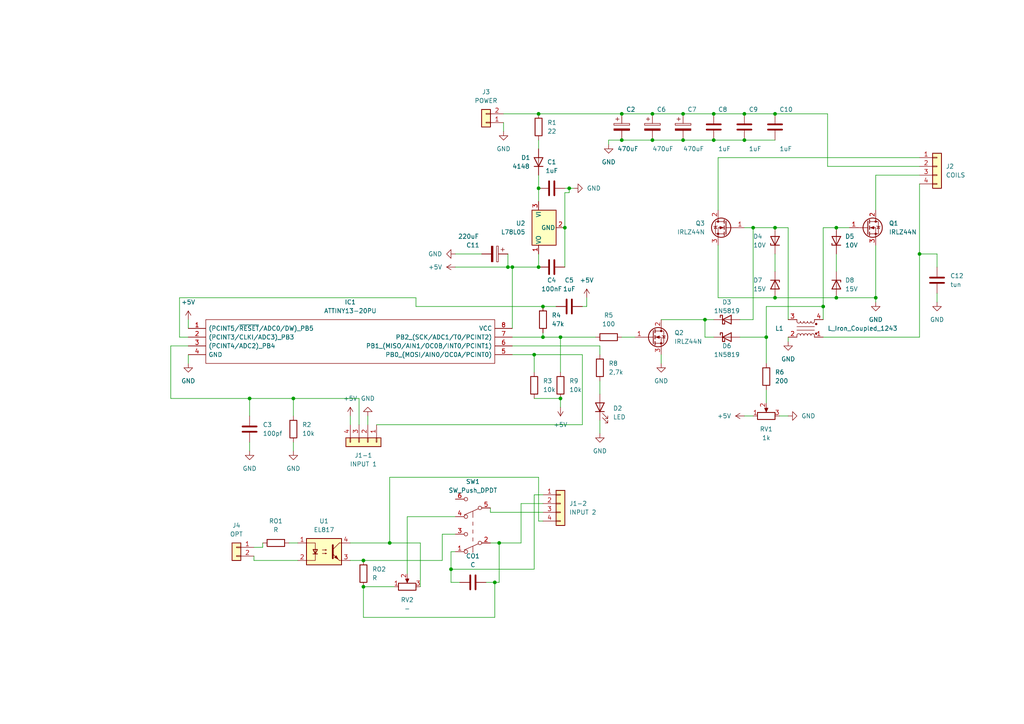
<source format=kicad_sch>
(kicad_sch (version 20211123) (generator eeschema)
  (paper "A4")
  (lib_symbols
    (symbol "ATTINY13-20PU:ATTINY13-20PU" (pin_names (offset 0.762))
      (property "Reference" "IC" (at 90.17 7.62 0))
      (property "Value" "ATTINY13-20PU" (at 90.17 5.08 0))
      (symbol "ATTINY13-20PU_0_0"
        (pin passive line (at 0 0 0) (length 5.08) (name "(PCINT5/~{RESET}/ADC0/DW)_PB5") (number "1"))
        (pin passive line (at 0 -2.54 0) (length 5.08) (name "(PCINT3/CLKI/ADC3)_PB3") (number "2"))
        (pin passive line (at 0 -5.08 0) (length 5.08) (name "(PCINT4/ADC2)_PB4") (number "3"))
        (pin passive line (at 0 -7.62 0) (length 5.08) (name "GND") (number "4"))
        (pin passive line (at 93.98 -7.62 180) (length 5.08) (name "PB0_(MOSI/AIN0/OC0A/PCINT0)") (number "5"))
        (pin passive line (at 93.98 -5.08 180) (length 5.08) (name "PB1_(MISO/AIN1/OC0B/INT0/PCINT1)") (number "6"))
        (pin passive line (at 93.98 -2.54 180) (length 5.08) (name "PB2_(SCK/ADC1/T0/PCINT2)") (number "7"))
        (pin passive line (at 93.98 0 180) (length 5.08) (name "VCC") (number "8"))
      )
      (symbol "ATTINY13-20PU_0_1"
        (polyline (pts (xy 5.08 2.54) (xy 88.9 2.54) (xy 88.9 -10.16) (xy 5.08 -10.16) (xy 5.08 2.54)) (stroke (width 0.1524)))
      )
    )
    (symbol "Connector_Generic:Conn_01x02" (pin_names (offset 1.016) hide)
      (property "Reference" "J" (at 0 2.54 0))
      (property "Value" "Conn_01x02" (at 0 -5.08 0))
      (symbol "Conn_01x02_1_1"
        (rectangle (start -1.27 -2.413) (end 0 -2.667) (stroke (width 0.1524)))
        (rectangle (start -1.27 0.127) (end 0 -0.127) (stroke (width 0.1524)))
        (rectangle (start -1.27 1.27) (end 1.27 -3.81) (stroke (width 0.254)) (fill (type background)))
        (pin passive line (at -5.08 0 0) (length 3.81) (name "Pin_1") (number "1"))
        (pin passive line (at -5.08 -2.54 0) (length 3.81) (name "Pin_2") (number "2"))
      )
    )
    (symbol "Connector_Generic:Conn_01x04" (pin_names (offset 1.016) hide)
      (property "Reference" "J" (at 0 5.08 0))
      (property "Value" "Conn_01x04" (at 0 -7.62 0))
      (symbol "Conn_01x04_1_1"
        (rectangle (start -1.27 -4.953) (end 0 -5.207) (stroke (width 0.1524)))
        (rectangle (start -1.27 -2.413) (end 0 -2.667) (stroke (width 0.1524)))
        (rectangle (start -1.27 0.127) (end 0 -0.127) (stroke (width 0.1524)))
        (rectangle (start -1.27 2.667) (end 0 2.413) (stroke (width 0.1524)))
        (rectangle (start -1.27 3.81) (end 1.27 -6.35) (stroke (width 0.254)) (fill (type background)))
        (pin passive line (at -5.08 2.54 0) (length 3.81) (name "Pin_1") (number "1"))
        (pin passive line (at -5.08 0 0) (length 3.81) (name "Pin_2") (number "2"))
        (pin passive line (at -5.08 -2.54 0) (length 3.81) (name "Pin_3") (number "3"))
        (pin passive line (at -5.08 -5.08 0) (length 3.81) (name "Pin_4") (number "4"))
      )
    )
    (symbol "Device:C" (pin_numbers hide) (pin_names (offset 0.254))
      (property "Reference" "C" (at 0.635 2.54 0))
      (property "Value" "C" (at 0.635 -2.54 0))
      (symbol "C_0_1"
        (polyline (pts (xy -2.032 -0.762) (xy 2.032 -0.762)) (stroke (width 0.508)))
        (polyline (pts (xy -2.032 0.762) (xy 2.032 0.762)) (stroke (width 0.508)))
      )
      (symbol "C_1_1"
        (pin passive line (at 0 3.81 270) (length 2.794) (name "~") (number "1"))
        (pin passive line (at 0 -3.81 90) (length 2.794) (name "~") (number "2"))
      )
    )
    (symbol "Device:C_Polarized" (pin_numbers hide) (pin_names (offset 0.254))
      (property "Reference" "C" (at 0.635 2.54 0))
      (property "Value" "C_Polarized" (at 0.635 -2.54 0))
      (symbol "C_Polarized_0_1"
        (rectangle (start -2.286 0.508) (end 2.286 1.016))
        (polyline (pts (xy -1.778 2.286) (xy -0.762 2.286)))
        (polyline (pts (xy -1.27 2.794) (xy -1.27 1.778)))
        (rectangle (start 2.286 -0.508) (end -2.286 -1.016) (fill (type outline)))
      )
      (symbol "C_Polarized_1_1"
        (pin passive line (at 0 3.81 270) (length 2.794) (name "~") (number "1"))
        (pin passive line (at 0 -3.81 90) (length 2.794) (name "~") (number "2"))
      )
    )
    (symbol "Device:D" (pin_numbers hide) (pin_names (offset 1.016) hide)
      (property "Reference" "D" (at 0 2.54 0))
      (property "Value" "D" (at 0 -2.54 0))
      (symbol "D_0_1"
        (polyline (pts (xy -1.27 1.27) (xy -1.27 -1.27)) (stroke (width 0.254)))
        (polyline (pts (xy 1.27 0) (xy -1.27 0)))
        (polyline (pts (xy 1.27 1.27) (xy 1.27 -1.27) (xy -1.27 0) (xy 1.27 1.27)) (stroke (width 0.254)))
      )
      (symbol "D_1_1"
        (pin passive line (at -3.81 0 0) (length 2.54) (name "K") (number "1"))
        (pin passive line (at 3.81 0 180) (length 2.54) (name "A") (number "2"))
      )
    )
    (symbol "Device:D_Schottky" (pin_numbers hide) (pin_names (offset 1.016) hide)
      (property "Reference" "D" (at 0 2.54 0))
      (property "Value" "D_Schottky" (at 0 -2.54 0))
      (symbol "D_Schottky_0_1"
        (polyline (pts (xy 1.27 0) (xy -1.27 0)))
        (polyline (pts (xy 1.27 1.27) (xy 1.27 -1.27) (xy -1.27 0) (xy 1.27 1.27)) (stroke (width 0.254)))
        (polyline (pts (xy -1.905 0.635) (xy -1.905 1.27) (xy -1.27 1.27) (xy -1.27 -1.27) (xy -0.635 -1.27) (xy -0.635 -0.635)) (stroke (width 0.254)))
      )
      (symbol "D_Schottky_1_1"
        (pin passive line (at -3.81 0 0) (length 2.54) (name "K") (number "1"))
        (pin passive line (at 3.81 0 180) (length 2.54) (name "A") (number "2"))
      )
    )
    (symbol "Device:D_Zener" (pin_numbers hide) (pin_names (offset 1.016) hide)
      (property "Reference" "D" (at 0 2.54 0))
      (property "Value" "D_Zener" (at 0 -2.54 0))
      (symbol "D_Zener_0_1"
        (polyline (pts (xy 1.27 0) (xy -1.27 0)))
        (polyline (pts (xy -1.27 -1.27) (xy -1.27 1.27) (xy -0.762 1.27)) (stroke (width 0.254)))
        (polyline (pts (xy 1.27 -1.27) (xy 1.27 1.27) (xy -1.27 0) (xy 1.27 -1.27)) (stroke (width 0.254)))
      )
      (symbol "D_Zener_1_1"
        (pin passive line (at -3.81 0 0) (length 2.54) (name "K") (number "1"))
        (pin passive line (at 3.81 0 180) (length 2.54) (name "A") (number "2"))
      )
    )
    (symbol "Device:LED" (pin_numbers hide) (pin_names (offset 1.016) hide)
      (property "Reference" "D" (at 0 2.54 0))
      (property "Value" "LED" (at 0 -2.54 0))
      (symbol "LED_0_1"
        (polyline (pts (xy -1.27 -1.27) (xy -1.27 1.27)) (stroke (width 0.254)))
        (polyline (pts (xy -1.27 0) (xy 1.27 0)))
        (polyline (pts (xy 1.27 -1.27) (xy 1.27 1.27) (xy -1.27 0) (xy 1.27 -1.27)) (stroke (width 0.254)))
        (polyline (pts (xy -3.048 -0.762) (xy -4.572 -2.286) (xy -3.81 -2.286) (xy -4.572 -2.286) (xy -4.572 -1.524)))
        (polyline (pts (xy -1.778 -0.762) (xy -3.302 -2.286) (xy -2.54 -2.286) (xy -3.302 -2.286) (xy -3.302 -1.524)))
      )
      (symbol "LED_1_1"
        (pin passive line (at -3.81 0 0) (length 2.54) (name "K") (number "1"))
        (pin passive line (at 3.81 0 180) (length 2.54) (name "A") (number "2"))
      )
    )
    (symbol "Device:L_Iron_Coupled_1243" (pin_names (offset 0.254) hide)
      (property "Reference" "L" (at 0 4.445 0))
      (property "Value" "L_Iron_Coupled_1243" (at 0 -4.445 0))
      (symbol "L_Iron_Coupled_1243_0_1"
        (circle (center -3.048 -1.27) (radius 0.254) (fill (type outline)))
        (circle (center -3.048 1.524) (radius 0.254) (fill (type outline)))
        (arc (start -2.54 2.032) (mid -2.032 1.524) (end -1.524 2.032))
        (arc (start -1.524 -2.032) (mid -2.032 -1.524) (end -2.54 -2.032))
        (arc (start -1.524 2.032) (mid -1.016 1.524) (end -0.508 2.032))
        (arc (start -0.508 -2.032) (mid -1.016 -1.524) (end -1.524 -2.032))
        (arc (start -0.508 2.032) (mid 0 1.524) (end 0.508 2.032))
        (polyline (pts (xy -2.54 -2.032) (xy -2.54 -2.54)))
        (polyline (pts (xy -2.54 0.508) (xy 2.54 0.508)))
        (polyline (pts (xy -2.54 2.032) (xy -2.54 2.54)))
        (polyline (pts (xy 2.54 -2.032) (xy 2.54 -2.54)))
        (polyline (pts (xy 2.54 -0.508) (xy -2.54 -0.508)))
        (polyline (pts (xy 2.54 2.54) (xy 2.54 2.032)))
        (arc (start 0.508 -2.032) (mid 0 -1.524) (end -0.508 -2.032))
        (arc (start 0.508 2.032) (mid 1.016 1.524) (end 1.524 2.032))
        (arc (start 1.524 -2.032) (mid 1.016 -1.524) (end 0.508 -2.032))
        (arc (start 1.524 2.032) (mid 2.032 1.524) (end 2.54 2.032))
        (arc (start 2.54 -2.032) (mid 2.032 -1.524) (end 1.524 -2.032))
      )
      (symbol "L_Iron_Coupled_1243_1_1"
        (pin passive line (at -5.08 2.54 0) (length 2.54) (name "1") (number "1"))
        (pin passive line (at 5.08 2.54 180) (length 2.54) (name "2") (number "2"))
        (pin passive line (at 5.08 -2.54 180) (length 2.54) (name "3") (number "3"))
        (pin passive line (at -5.08 -2.54 0) (length 2.54) (name "4") (number "4"))
      )
    )
    (symbol "Device:R" (pin_numbers hide) (pin_names (offset 0))
      (property "Reference" "R" (at 2.032 0 90))
      (property "Value" "R" (at 0 0 90))
      (symbol "R_0_1"
        (rectangle (start -1.016 -2.54) (end 1.016 2.54) (stroke (width 0.254)))
      )
      (symbol "R_1_1"
        (pin passive line (at 0 3.81 270) (length 1.27) (name "~") (number "1"))
        (pin passive line (at 0 -3.81 90) (length 1.27) (name "~") (number "2"))
      )
    )
    (symbol "Device:R_Potentiometer" (pin_names (offset 1.016) hide)
      (property "Reference" "RV" (at -4.445 0 90))
      (property "Value" "R_Potentiometer" (at -2.54 0 90))
      (symbol "R_Potentiometer_0_1"
        (polyline (pts (xy 2.54 0) (xy 1.524 0)))
        (polyline (pts (xy 1.143 0) (xy 2.286 0.508) (xy 2.286 -0.508) (xy 1.143 0)) (fill (type outline)))
        (rectangle (start 1.016 2.54) (end -1.016 -2.54) (stroke (width 0.254)))
      )
      (symbol "R_Potentiometer_1_1"
        (pin passive line (at 0 3.81 270) (length 1.27) (name "1") (number "1"))
        (pin passive line (at 3.81 0 180) (length 1.27) (name "2") (number "2"))
        (pin passive line (at 0 -3.81 90) (length 1.27) (name "3") (number "3"))
      )
    )
    (symbol "Isolator:EL817" (pin_names (offset 1.016))
      (property "Reference" "U" (at -5.08 5.08 0))
      (property "Value" "EL817" (at 0 5.08 0))
      (symbol "EL817_0_1"
        (rectangle (start -5.08 3.81) (end 5.08 -3.81) (stroke (width 0.254)) (fill (type background)))
        (polyline (pts (xy -3.175 -0.635) (xy -1.905 -0.635)) (stroke (width 0.254)))
        (polyline (pts (xy 2.54 0.635) (xy 4.445 2.54)))
        (polyline (pts (xy 4.445 -2.54) (xy 2.54 -0.635)) (fill (type outline)))
        (polyline (pts (xy 4.445 -2.54) (xy 5.08 -2.54)))
        (polyline (pts (xy 4.445 2.54) (xy 5.08 2.54)))
        (polyline (pts (xy -5.08 2.54) (xy -2.54 2.54) (xy -2.54 -0.635)))
        (polyline (pts (xy -2.54 -0.635) (xy -2.54 -2.54) (xy -5.08 -2.54)))
        (polyline (pts (xy 2.54 1.905) (xy 2.54 -1.905) (xy 2.54 -1.905)) (stroke (width 0.508)))
        (polyline (pts (xy -2.54 -0.635) (xy -3.175 0.635) (xy -1.905 0.635) (xy -2.54 -0.635)) (stroke (width 0.254)))
        (polyline (pts (xy -0.508 -0.508) (xy 0.762 -0.508) (xy 0.381 -0.635) (xy 0.381 -0.381) (xy 0.762 -0.508)))
        (polyline (pts (xy -0.508 0.508) (xy 0.762 0.508) (xy 0.381 0.381) (xy 0.381 0.635) (xy 0.762 0.508)))
        (polyline (pts (xy 3.048 -1.651) (xy 3.556 -1.143) (xy 4.064 -2.159) (xy 3.048 -1.651) (xy 3.048 -1.651)) (fill (type outline)))
      )
      (symbol "EL817_1_1"
        (pin passive line (at -7.62 2.54 0) (length 2.54) (name "~") (number "1"))
        (pin passive line (at -7.62 -2.54 0) (length 2.54) (name "~") (number "2"))
        (pin passive line (at 7.62 -2.54 180) (length 2.54) (name "~") (number "3"))
        (pin passive line (at 7.62 2.54 180) (length 2.54) (name "~") (number "4"))
      )
    )
    (symbol "Regulator_Linear:L78L05_TO92" (pin_names (offset 0.254))
      (property "Reference" "U" (at -3.81 3.175 0))
      (property "Value" "L78L05_TO92" (at 0 3.175 0))
      (symbol "L78L05_TO92_0_1"
        (rectangle (start -5.08 -5.08) (end 5.08 1.905) (stroke (width 0.254)) (fill (type background)))
      )
      (symbol "L78L05_TO92_1_1"
        (pin power_out line (at 7.62 0 180) (length 2.54) (name "VO") (number "1"))
        (pin power_in line (at 0 -7.62 90) (length 2.54) (name "GND") (number "2"))
        (pin power_in line (at -7.62 0 0) (length 2.54) (name "VI") (number "3"))
      )
    )
    (symbol "Switch:SW_Push_DPDT" (pin_names (offset 0) hide)
      (property "Reference" "SW" (at 0 8.89 0))
      (property "Value" "SW_Push_DPDT" (at 0 -10.16 0))
      (symbol "SW_Push_DPDT_0_0"
        (circle (center -2.032 -5.08) (radius 0.508))
        (circle (center -2.032 5.08) (radius 0.508))
        (circle (center 2.032 -7.62) (radius 0.508))
        (circle (center 2.032 2.54) (radius 0.508))
      )
      (symbol "SW_Push_DPDT_0_1"
        (polyline (pts (xy -1.524 -4.826) (xy 2.54 -3.048)))
        (polyline (pts (xy -1.524 5.334) (xy 2.54 7.112)))
        (polyline (pts (xy 0 -2.286) (xy 0 -4.064)))
        (polyline (pts (xy 0 -1.016) (xy 0 0)))
        (polyline (pts (xy 0 1.27) (xy 0 2.286)))
        (polyline (pts (xy 0 3.556) (xy 0 4.572)))
        (polyline (pts (xy 0 7.874) (xy 0 6.096)))
        (circle (center 2.032 -2.54) (radius 0.508))
        (circle (center 2.032 7.62) (radius 0.508))
      )
      (symbol "SW_Push_DPDT_1_1"
        (pin passive line (at 5.08 7.62 180) (length 2.54) (name "A") (number "1"))
        (pin passive line (at -5.08 5.08 0) (length 2.54) (name "B") (number "2"))
        (pin passive line (at 5.08 2.54 180) (length 2.54) (name "C") (number "3"))
        (pin passive line (at 5.08 -2.54 180) (length 2.54) (name "A") (number "4"))
        (pin passive line (at -5.08 -5.08 0) (length 2.54) (name "B") (number "5"))
        (pin passive line (at 5.08 -7.62 180) (length 2.54) (name "C") (number "6"))
      )
    )
    (symbol "Transistor_FET:IRLZ44N" (pin_names hide)
      (property "Reference" "Q" (at 6.35 1.905 0))
      (property "Value" "IRLZ44N" (at 6.35 0 0))
      (symbol "IRLZ44N_0_1"
        (polyline (pts (xy 0.254 0) (xy -2.54 0)))
        (polyline (pts (xy 0.254 1.905) (xy 0.254 -1.905)) (stroke (width 0.254)))
        (polyline (pts (xy 0.762 -1.27) (xy 0.762 -2.286)) (stroke (width 0.254)))
        (polyline (pts (xy 0.762 0.508) (xy 0.762 -0.508)) (stroke (width 0.254)))
        (polyline (pts (xy 0.762 2.286) (xy 0.762 1.27)) (stroke (width 0.254)))
        (polyline (pts (xy 2.54 2.54) (xy 2.54 1.778)))
        (polyline (pts (xy 2.54 -2.54) (xy 2.54 0) (xy 0.762 0)))
        (polyline (pts (xy 0.762 -1.778) (xy 3.302 -1.778) (xy 3.302 1.778) (xy 0.762 1.778)))
        (polyline (pts (xy 1.016 0) (xy 2.032 0.381) (xy 2.032 -0.381) (xy 1.016 0)) (fill (type outline)))
        (polyline (pts (xy 2.794 0.508) (xy 2.921 0.381) (xy 3.683 0.381) (xy 3.81 0.254)))
        (polyline (pts (xy 3.302 0.381) (xy 2.921 -0.254) (xy 3.683 -0.254) (xy 3.302 0.381)))
        (circle (center 1.651 0) (radius 2.794) (stroke (width 0.254)))
        (circle (center 2.54 -1.778) (radius 0.254) (fill (type outline)))
        (circle (center 2.54 1.778) (radius 0.254) (fill (type outline)))
      )
      (symbol "IRLZ44N_1_1"
        (pin input line (at -5.08 0 0) (length 2.54) (name "G") (number "1"))
        (pin passive line (at 2.54 5.08 270) (length 2.54) (name "D") (number "2"))
        (pin passive line (at 2.54 -5.08 90) (length 2.54) (name "S") (number "3"))
      )
    )
    (symbol "power:+5V" (power) (pin_names (offset 0))
      (property "Value" "+5V" (at 0 3.556 0))
      (symbol "+5V_0_1"
        (polyline (pts (xy -0.762 1.27) (xy 0 2.54)))
        (polyline (pts (xy 0 0) (xy 0 2.54)))
        (polyline (pts (xy 0 2.54) (xy 0.762 1.27)))
      )
      (symbol "+5V_1_1"
        (pin power_in line (at 0 0 90) (length 0) hide (name "+5V") (number "1"))
      )
    )
    (symbol "power:GND" (power) (pin_names (offset 0))
      (property "Value" "GND" (at 0 -3.81 0))
      (symbol "GND_0_1"
        (polyline (pts (xy 0 0) (xy 0 -1.27) (xy 1.27 -1.27) (xy 0 -2.54) (xy -1.27 -1.27) (xy 0 -1.27)))
      )
      (symbol "GND_1_1"
        (pin power_in line (at 0 0 270) (length 0) hide (name "GND") (number "1"))
      )
    )
  )
  (junction (at 242.57 66.04))
  (junction (at 207.01 40.64))
  (junction (at 148.59 77.47))
  (junction (at 165.1 54.61))
  (junction (at 189.23 40.64))
  (junction (at 156.21 33.02))
  (junction (at 162.56 115.57))
  (junction (at 198.12 33.02))
  (junction (at 130.81 165.1))
  (junction (at 113.03 157.48))
  (junction (at 85.09 115.57))
  (junction (at 143.51 168.91))
  (junction (at 242.57 86.36))
  (junction (at 207.01 33.02))
  (junction (at 105.41 162.56))
  (junction (at 156.21 77.47))
  (junction (at 163.83 66.04))
  (junction (at 144.78 157.48))
  (junction (at 189.23 33.02))
  (junction (at 156.21 54.61))
  (junction (at 215.9 40.64))
  (junction (at 266.7 73.66))
  (junction (at 180.34 33.02))
  (junction (at 238.76 88.9))
  (junction (at 224.79 86.36))
  (junction (at 154.94 102.87))
  (junction (at 204.47 92.71))
  (junction (at 162.56 97.79))
  (junction (at 157.48 97.79))
  (junction (at 72.39 115.57))
  (junction (at 215.9 33.02))
  (junction (at 147.32 77.47))
  (junction (at 254 86.36))
  (junction (at 222.25 97.79))
  (junction (at 180.34 40.64))
  (junction (at 218.44 66.04))
  (junction (at 198.12 40.64))
  (junction (at 224.79 66.04))
  (junction (at 105.41 170.18))
  (junction (at 224.79 33.02))
  (junction (at 157.48 88.9))
  (wire (pts (xy 163.83 66.04) (xy 163.83 77.47)))
  (wire (pts (xy 73.66 162.56) (xy 73.66 161.29)))
  (wire (pts (xy 156.21 54.61) (xy 156.21 58.42)))
  (wire (pts (xy 208.28 45.72) (xy 266.7 45.72)))
  (wire (pts (xy 52.07 86.36) (xy 120.65 86.36)))
  (wire (pts (xy 254 86.36) (xy 254 71.12)))
  (wire (pts (xy 140.97 168.91) (xy 143.51 168.91)))
  (wire (pts (xy 228.6 97.79) (xy 228.6 99.06)))
  (wire (pts (xy 85.09 115.57) (xy 72.39 115.57)))
  (wire (pts (xy 215.9 40.64) (xy 224.79 40.64)))
  (wire (pts (xy 142.24 148.59) (xy 157.48 148.59)))
  (wire (pts (xy 207.01 92.71) (xy 204.47 92.71)))
  (wire (pts (xy 132.08 77.47) (xy 147.32 77.47)))
  (wire (pts (xy 165.1 54.61) (xy 166.37 54.61)))
  (wire (pts (xy 54.61 92.71) (xy 54.61 95.25)))
  (wire (pts (xy 168.91 88.9) (xy 170.18 88.9)))
  (wire (pts (xy 189.23 40.64) (xy 198.12 40.64)))
  (wire (pts (xy 151.13 146.05) (xy 157.48 146.05)))
  (wire (pts (xy 120.65 88.9) (xy 157.48 88.9)))
  (wire (pts (xy 240.03 48.26) (xy 240.03 33.02)))
  (wire (pts (xy 238.76 66.04) (xy 242.57 66.04)))
  (wire (pts (xy 198.12 40.64) (xy 207.01 40.64)))
  (wire (pts (xy 240.03 33.02) (xy 224.79 33.02)))
  (wire (pts (xy 146.05 35.56) (xy 146.05 38.1)))
  (wire (pts (xy 215.9 66.04) (xy 218.44 66.04)))
  (wire (pts (xy 148.59 97.79) (xy 157.48 97.79)))
  (wire (pts (xy 162.56 97.79) (xy 162.56 107.95)))
  (wire (pts (xy 271.78 77.47) (xy 271.78 73.66)))
  (wire (pts (xy 215.9 33.02) (xy 224.79 33.02)))
  (wire (pts (xy 228.6 92.71) (xy 228.6 66.04)))
  (wire (pts (xy 106.68 120.65) (xy 106.68 123.19)))
  (wire (pts (xy 148.59 77.47) (xy 148.59 95.25)))
  (wire (pts (xy 101.6 120.65) (xy 101.6 123.19)))
  (wire (pts (xy 238.76 88.9) (xy 238.76 66.04)))
  (wire (pts (xy 180.34 97.79) (xy 184.15 97.79)))
  (wire (pts (xy 130.81 165.1) (xy 154.94 165.1)))
  (wire (pts (xy 266.7 48.26) (xy 240.03 48.26)))
  (wire (pts (xy 148.59 77.47) (xy 147.32 77.47)))
  (wire (pts (xy 207.01 33.02) (xy 215.9 33.02)))
  (wire (pts (xy 144.78 168.91) (xy 144.78 157.48)))
  (wire (pts (xy 154.94 107.95) (xy 154.94 102.87)))
  (wire (pts (xy 146.05 33.02) (xy 156.21 33.02)))
  (wire (pts (xy 105.41 162.56) (xy 128.27 162.56)))
  (wire (pts (xy 266.7 50.8) (xy 254 50.8)))
  (wire (pts (xy 85.09 120.65) (xy 85.09 115.57)))
  (wire (pts (xy 242.57 86.36) (xy 254 86.36)))
  (wire (pts (xy 130.81 160.02) (xy 132.08 160.02)))
  (wire (pts (xy 266.7 73.66) (xy 266.7 53.34)))
  (wire (pts (xy 271.78 73.66) (xy 266.7 73.66)))
  (wire (pts (xy 104.14 115.57) (xy 104.14 123.19)))
  (wire (pts (xy 109.22 123.19) (xy 168.91 123.19)))
  (wire (pts (xy 222.25 113.03) (xy 222.25 116.84)))
  (wire (pts (xy 162.56 97.79) (xy 172.72 97.79)))
  (wire (pts (xy 151.13 157.48) (xy 151.13 146.05)))
  (wire (pts (xy 224.79 73.66) (xy 224.79 78.74)))
  (wire (pts (xy 105.41 170.18) (xy 114.3 170.18)))
  (wire (pts (xy 85.09 115.57) (xy 104.14 115.57)))
  (wire (pts (xy 218.44 92.71) (xy 218.44 66.04)))
  (wire (pts (xy 222.25 97.79) (xy 222.25 105.41)))
  (wire (pts (xy 224.79 66.04) (xy 228.6 66.04)))
  (wire (pts (xy 156.21 77.47) (xy 148.59 77.47)))
  (wire (pts (xy 154.94 165.1) (xy 154.94 143.51)))
  (wire (pts (xy 72.39 120.65) (xy 72.39 115.57)))
  (wire (pts (xy 156.21 50.8) (xy 156.21 54.61)))
  (wire (pts (xy 154.94 143.51) (xy 157.48 143.51)))
  (wire (pts (xy 222.25 88.9) (xy 238.76 88.9)))
  (wire (pts (xy 189.23 33.02) (xy 198.12 33.02)))
  (wire (pts (xy 215.9 120.65) (xy 218.44 120.65)))
  (wire (pts (xy 113.03 157.48) (xy 121.92 157.48)))
  (wire (pts (xy 132.08 73.66) (xy 139.7 73.66)))
  (wire (pts (xy 168.91 123.19) (xy 168.91 102.87)))
  (wire (pts (xy 224.79 86.36) (xy 242.57 86.36)))
  (wire (pts (xy 176.53 41.91) (xy 176.53 40.64)))
  (wire (pts (xy 173.99 110.49) (xy 173.99 114.3)))
  (wire (pts (xy 105.41 179.07) (xy 143.51 179.07)))
  (wire (pts (xy 83.82 157.48) (xy 86.36 157.48)))
  (wire (pts (xy 52.07 97.79) (xy 52.07 86.36)))
  (wire (pts (xy 163.83 54.61) (xy 165.1 54.61)))
  (wire (pts (xy 154.94 115.57) (xy 162.56 115.57)))
  (wire (pts (xy 204.47 97.79) (xy 207.01 97.79)))
  (wire (pts (xy 180.34 33.02) (xy 189.23 33.02)))
  (wire (pts (xy 144.78 157.48) (xy 142.24 157.48)))
  (wire (pts (xy 105.41 162.56) (xy 101.6 162.56)))
  (wire (pts (xy 85.09 128.27) (xy 85.09 130.81)))
  (wire (pts (xy 191.77 92.71) (xy 204.47 92.71)))
  (wire (pts (xy 242.57 73.66) (xy 242.57 78.74)))
  (wire (pts (xy 157.48 97.79) (xy 162.56 97.79)))
  (wire (pts (xy 254 86.36) (xy 254 87.63)))
  (wire (pts (xy 173.99 121.92) (xy 173.99 125.73)))
  (wire (pts (xy 208.28 60.96) (xy 208.28 45.72)))
  (wire (pts (xy 147.32 77.47) (xy 147.32 73.66)))
  (wire (pts (xy 118.11 166.37) (xy 118.11 149.86)))
  (wire (pts (xy 49.53 100.33) (xy 54.61 100.33)))
  (wire (pts (xy 121.92 170.18) (xy 121.92 157.48)))
  (wire (pts (xy 156.21 151.13) (xy 157.48 151.13)))
  (wire (pts (xy 176.53 40.64) (xy 180.34 40.64)))
  (wire (pts (xy 163.83 55.88) (xy 165.1 55.88)))
  (wire (pts (xy 105.41 170.18) (xy 105.41 179.07)))
  (wire (pts (xy 208.28 71.12) (xy 208.28 86.36)))
  (wire (pts (xy 143.51 168.91) (xy 144.78 168.91)))
  (wire (pts (xy 238.76 92.71) (xy 238.76 88.9)))
  (wire (pts (xy 101.6 157.48) (xy 113.03 157.48)))
  (wire (pts (xy 130.81 165.1) (xy 130.81 160.02)))
  (wire (pts (xy 271.78 85.09) (xy 271.78 87.63)))
  (wire (pts (xy 142.24 147.32) (xy 142.24 148.59)))
  (wire (pts (xy 214.63 97.79) (xy 222.25 97.79)))
  (wire (pts (xy 163.83 66.04) (xy 163.83 55.88)))
  (wire (pts (xy 156.21 73.66) (xy 156.21 77.47)))
  (wire (pts (xy 214.63 92.71) (xy 218.44 92.71)))
  (wire (pts (xy 76.2 158.75) (xy 76.2 157.48)))
  (wire (pts (xy 133.35 168.91) (xy 130.81 168.91)))
  (wire (pts (xy 162.56 115.57) (xy 162.56 118.11)))
  (wire (pts (xy 168.91 102.87) (xy 154.94 102.87)))
  (wire (pts (xy 208.28 86.36) (xy 224.79 86.36)))
  (wire (pts (xy 156.21 138.43) (xy 156.21 151.13)))
  (wire (pts (xy 113.03 138.43) (xy 156.21 138.43)))
  (wire (pts (xy 222.25 97.79) (xy 222.25 88.9)))
  (wire (pts (xy 143.51 179.07) (xy 143.51 168.91)))
  (wire (pts (xy 156.21 40.64) (xy 156.21 43.18)))
  (wire (pts (xy 118.11 149.86) (xy 132.08 149.86)))
  (wire (pts (xy 165.1 55.88) (xy 165.1 54.61)))
  (wire (pts (xy 144.78 157.48) (xy 151.13 157.48)))
  (wire (pts (xy 218.44 66.04) (xy 224.79 66.04)))
  (wire (pts (xy 242.57 66.04) (xy 246.38 66.04)))
  (wire (pts (xy 198.12 33.02) (xy 207.01 33.02)))
  (wire (pts (xy 180.34 40.64) (xy 189.23 40.64)))
  (wire (pts (xy 204.47 92.71) (xy 204.47 97.79)))
  (wire (pts (xy 120.65 86.36) (xy 120.65 88.9)))
  (wire (pts (xy 148.59 100.33) (xy 173.99 100.33)))
  (wire (pts (xy 254 50.8) (xy 254 60.96)))
  (wire (pts (xy 49.53 115.57) (xy 49.53 100.33)))
  (wire (pts (xy 173.99 100.33) (xy 173.99 102.87)))
  (wire (pts (xy 238.76 97.79) (xy 266.7 97.79)))
  (wire (pts (xy 191.77 102.87) (xy 191.77 105.41)))
  (wire (pts (xy 226.06 120.65) (xy 228.6 120.65)))
  (wire (pts (xy 170.18 88.9) (xy 170.18 86.36)))
  (wire (pts (xy 128.27 154.94) (xy 132.08 154.94)))
  (wire (pts (xy 154.94 102.87) (xy 148.59 102.87)))
  (wire (pts (xy 207.01 40.64) (xy 215.9 40.64)))
  (wire (pts (xy 73.66 158.75) (xy 76.2 158.75)))
  (wire (pts (xy 72.39 128.27) (xy 72.39 130.81)))
  (wire (pts (xy 86.36 162.56) (xy 73.66 162.56)))
  (wire (pts (xy 157.48 96.52) (xy 157.48 97.79)))
  (wire (pts (xy 130.81 168.91) (xy 130.81 165.1)))
  (wire (pts (xy 54.61 102.87) (xy 54.61 105.41)))
  (wire (pts (xy 113.03 157.48) (xy 113.03 138.43)))
  (wire (pts (xy 266.7 97.79) (xy 266.7 73.66)))
  (wire (pts (xy 72.39 115.57) (xy 49.53 115.57)))
  (wire (pts (xy 156.21 33.02) (xy 180.34 33.02)))
  (wire (pts (xy 128.27 162.56) (xy 128.27 154.94)))
  (wire (pts (xy 157.48 88.9) (xy 161.29 88.9)))
  (wire (pts (xy 54.61 97.79) (xy 52.07 97.79)))
  (symbol (lib_id "power:GND") (at 254 87.63 0) (unit 1)
    (property "Reference" "#PWR0104" (effects hide))
    (property "Value" "GND" (at 254 92.71 0))
  )
  (symbol (lib_id "Device:C") (at 160.02 54.61 90) (unit 1)
    (property "Reference" "C1" (at 160.02 46.99 90))
    (property "Value" "1uF" (at 160.02 49.53 90))
    (property "Footprint" "Capacitor_THT:CP_Radial_Tantal_D5.0mm_P2.50mm" (effects hide))
  )
  (symbol (lib_id "Device:R") (at 222.25 109.22 0) (unit 1)
    (property "Reference" "R6" (at 224.79 107.9499 0) (effects (justify left)))
    (property "Value" "200" (at 224.79 110.4899 0) (effects (justify left)))
    (property "Footprint" "Resistor_THT:R_Axial_DIN0411_L9.9mm_D3.6mm_P15.24mm_Horizontal" (effects hide))
  )
  (symbol (lib_id "Connector_Generic:Conn_01x02") (at 68.58 158.75 0) (mirror y) (unit 1)
    (property "Reference" "J4" (at 68.58 152.4 0))
    (property "Value" "OPT" (at 68.58 154.94 0))
    (property "Footprint" "Connector_PinSocket_2.54mm:PinSocket_1x02_P2.54mm_Vertical" (effects hide))
  )
  (symbol (lib_id "Device:R") (at 176.53 97.79 90) (unit 1)
    (property "Reference" "R5" (at 176.53 91.44 90))
    (property "Value" "100" (at 176.53 93.98 90))
    (property "Footprint" "Resistor_THT:R_Axial_DIN0411_L9.9mm_D3.6mm_P15.24mm_Horizontal" (effects hide))
  )
  (symbol (lib_id "Device:D_Zener") (at 242.57 82.55 270) (unit 1)
    (property "Reference" "D8" (at 245.11 81.2799 90) (effects (justify left)))
    (property "Value" "15V" (at 245.11 83.8199 90) (effects (justify left)))
    (property "Footprint" "Diode_THT:D_5KPW_P12.70mm_Horizontal" (effects hide))
  )
  (symbol (lib_id "Device:R_Potentiometer") (at 118.11 170.18 90) (unit 1)
    (property "Reference" "RV2" (at 118.11 173.99 90))
    (property "Value" "-" (at 118.11 176.53 90))
    (property "Footprint" "Potentiometer_THT:Potentiometer_Bourns_3005_Horizontal" (effects hide))
  )
  (symbol (lib_id "power:GND") (at 146.05 38.1 0) (unit 1)
    (property "Reference" "#PWR0103" (effects hide))
    (property "Value" "GND" (at 146.05 43.18 0))
  )
  (symbol (lib_id "Transistor_FET:IRLZ44N") (at 251.46 66.04 0) (unit 1)
    (property "Reference" "Q1" (at 257.81 64.7699 0) (effects (justify left)))
    (property "Value" "IRLZ44N" (at 257.81 67.3099 0) (effects (justify left)))
    (property "Footprint" "Package_TO_SOT_THT:TO-220-3_Vertical" (effects hide))
    (property "Datasheet" "http://www.irf.com/product-info/datasheets/data/irlz44n.pdf" (effects hide))
  )
  (symbol (lib_id "Device:C") (at 72.39 124.46 0) (unit 1)
    (property "Reference" "C3" (at 76.2 123.1899 0) (effects (justify left)))
    (property "Value" "100pf" (at 76.2 125.7299 0) (effects (justify left)))
    (property "Footprint" "Capacitor_THT:CP_Radial_Tantal_D5.0mm_P2.50mm" (effects hide))
  )
  (symbol (lib_id "Device:R") (at 157.48 92.71 0) (unit 1)
    (property "Reference" "R4" (at 160.02 91.4399 0) (effects (justify left)))
    (property "Value" "47k" (at 160.02 93.9799 0) (effects (justify left)))
    (property "Footprint" "Resistor_THT:R_Axial_DIN0411_L9.9mm_D3.6mm_P15.24mm_Horizontal" (effects hide))
  )
  (symbol (lib_id "Device:R") (at 173.99 106.68 0) (unit 1)
    (property "Reference" "R8" (at 176.53 105.4099 0) (effects (justify left)))
    (property "Value" "2,7k" (at 176.53 107.9499 0) (effects (justify left)))
    (property "Footprint" "Resistor_THT:R_Axial_DIN0411_L9.9mm_D3.6mm_P15.24mm_Horizontal" (effects hide))
  )
  (symbol (lib_id "Device:R") (at 162.56 111.76 0) (unit 1)
    (property "Reference" "R9" (at 165.1 110.4899 0) (effects (justify left)))
    (property "Value" "10k" (at 165.1 113.0299 0) (effects (justify left)))
    (property "Footprint" "Resistor_THT:R_Axial_DIN0411_L9.9mm_D3.6mm_P15.24mm_Horizontal" (effects hide))
  )
  (symbol (lib_id "Device:D_Schottky") (at 210.82 97.79 0) (unit 1)
    (property "Reference" "D6" (at 210.82 100.33 0))
    (property "Value" "1N5819" (at 210.82 102.87 0))
    (property "Footprint" "Diode_THT:D_5KP_P10.16mm_Horizontal" (effects hide))
  )
  (symbol (lib_id "Device:C_Polarized") (at 143.51 73.66 270) (unit 1)
    (property "Reference" "C11" (at 137.16 71.12 90))
    (property "Value" "220uF" (at 135.89 68.58 90))
    (property "Footprint" "Capacitor_THT:CP_Radial_Tantal_D5.0mm_P2.50mm" (effects hide))
  )
  (symbol (lib_id "power:GND") (at 54.61 105.41 0) (unit 1)
    (property "Reference" "#PWR0115" (effects hide))
    (property "Value" "GND" (at 54.61 110.49 0))
  )
  (symbol (lib_id "Device:C") (at 207.01 36.83 0) (unit 1)
    (property "Reference" "C8" (at 208.28 31.75 0) (effects (justify left)))
    (property "Value" "1uF" (at 208.28 43.18 0) (effects (justify left)))
    (property "Footprint" "Capacitor_THT:CP_Radial_Tantal_D5.0mm_P2.50mm" (effects hide))
  )
  (symbol (lib_id "Regulator_Linear:L78L05_TO92") (at 156.21 66.04 90) (mirror x) (unit 1)
    (property "Reference" "U2" (at 152.4 64.7699 90) (effects (justify left)))
    (property "Value" "L78L05" (at 152.4 67.3099 90) (effects (justify left)))
    (property "Footprint" "Package_TO_SOT_THT:TO-92_Inline" (effects hide))
    (property "Datasheet" "http://www.st.com/content/ccc/resource/technical/document/datasheet/15/55/e5/aa/23/5b/43/fd/CD00000446.pdf/files/CD00000446.pdf/jcr:content/translations/en.CD00000446.pdf" (effects hide))
  )
  (symbol (lib_id "Connector_Generic:Conn_01x04") (at 106.68 128.27 270) (unit 1)
    (property "Reference" "J1-1" (at 105.41 132.08 90))
    (property "Value" "INPUT 1" (at 105.41 134.62 90))
    (property "Footprint" "Connector_PinSocket_2.54mm:PinSocket_1x04_P2.54mm_Vertical" (effects hide))
  )
  (symbol (lib_id "Device:C") (at 137.16 168.91 90) (unit 1)
    (property "Reference" "CO1" (at 137.16 161.29 90))
    (property "Value" "C" (at 137.16 163.83 90))
    (property "Footprint" "Capacitor_THT:CP_Radial_Tantal_D5.0mm_P2.50mm" (effects hide))
  )
  (symbol (lib_id "Device:LED") (at 173.99 118.11 90) (unit 1)
    (property "Reference" "D2" (at 177.8 118.4274 90) (effects (justify right)))
    (property "Value" "LED" (at 177.8 120.9674 90) (effects (justify right)))
    (property "Footprint" "LED_THT:LED_D5.0mm-3_Horizontal_O3.81mm_Z3.0mm" (effects hide))
  )
  (symbol (lib_id "Device:C_Polarized") (at 198.12 36.83 0) (unit 1)
    (property "Reference" "C7" (at 199.39 31.75 0) (effects (justify left)))
    (property "Value" "470uF" (at 198.12 43.18 0) (effects (justify left)))
    (property "Footprint" "Capacitor_THT:CP_Radial_Tantal_D5.0mm_P2.50mm" (effects hide))
  )
  (symbol (lib_id "Switch:SW_Push_DPDT") (at 137.16 152.4 180) (unit 1)
    (property "Reference" "SW1" (at 137.16 139.7 0))
    (property "Value" "SW_Push_DPDT" (at 137.16 142.24 0))
    (property "Footprint" "Button_Switch_THT:SW_Push_2P2T_Toggle_CK_PVA2xxH1xxxxxxV2" (effects hide))
  )
  (symbol (lib_id "Device:C") (at 271.78 81.28 0) (unit 1)
    (property "Reference" "C12" (at 275.59 80.0099 0) (effects (justify left)))
    (property "Value" "tun" (at 275.59 82.5499 0) (effects (justify left)))
    (property "Footprint" "Capacitor_THT:CP_Radial_Tantal_D5.0mm_P2.50mm" (effects hide))
  )
  (symbol (lib_id "power:GND") (at 176.53 41.91 0) (unit 1)
    (property "Reference" "#PWR0102" (effects hide))
    (property "Value" "GND" (at 176.53 46.99 0))
  )
  (symbol (lib_id "power:GND") (at 271.78 87.63 0) (unit 1)
    (property "Reference" "#PWR0108" (effects hide))
    (property "Value" "GND" (at 271.78 92.71 0))
  )
  (symbol (lib_id "Device:R_Potentiometer") (at 222.25 120.65 90) (unit 1)
    (property "Reference" "RV1" (at 222.25 124.46 90))
    (property "Value" "1k" (at 222.25 127 90))
    (property "Footprint" "Potentiometer_THT:Potentiometer_ACP_CA9-H2,5_Horizontal" (effects hide))
  )
  (symbol (lib_id "Device:C_Polarized") (at 180.34 36.83 0) (unit 1)
    (property "Reference" "C2" (at 181.61 31.75 0) (effects (justify left)))
    (property "Value" "470uF" (at 179.07 43.18 0) (effects (justify left)))
    (property "Footprint" "Capacitor_THT:CP_Radial_Tantal_D5.0mm_P2.50mm" (effects hide))
  )
  (symbol (lib_id "Device:R") (at 154.94 111.76 0) (unit 1)
    (property "Reference" "R3" (at 157.48 110.4899 0) (effects (justify left)))
    (property "Value" "10k" (at 157.48 113.0299 0) (effects (justify left)))
    (property "Footprint" "Resistor_THT:R_Axial_DIN0411_L9.9mm_D3.6mm_P15.24mm_Horizontal" (effects hide))
  )
  (symbol (lib_id "Device:C") (at 160.02 77.47 90) (unit 1)
    (property "Reference" "C4" (at 160.02 81.28 90))
    (property "Value" "100nF" (at 160.02 83.82 90))
    (property "Footprint" "Capacitor_THT:CP_Radial_Tantal_D5.0mm_P2.50mm" (effects hide))
  )
  (symbol (lib_id "power:+5V") (at 170.18 86.36 0) (unit 1)
    (property "Reference" "#PWR0112" (effects hide))
    (property "Value" "+5V" (at 170.18 81.28 0))
  )
  (symbol (lib_id "Device:C") (at 215.9 36.83 0) (unit 1)
    (property "Reference" "C9" (at 217.17 31.75 0) (effects (justify left)))
    (property "Value" "1uF" (at 217.17 43.18 0) (effects (justify left)))
    (property "Footprint" "Capacitor_THT:CP_Radial_Tantal_D5.0mm_P2.50mm" (effects hide))
  )
  (symbol (lib_id "power:GND") (at 166.37 54.61 90) (unit 1)
    (property "Reference" "#PWR0101" (effects hide))
    (property "Value" "GND" (at 170.18 54.6099 90) (effects (justify right)))
  )
  (symbol (lib_id "power:+5V") (at 162.56 118.11 180) (unit 1)
    (property "Reference" "#PWR0110" (effects hide))
    (property "Value" "+5V" (at 162.56 123.19 0))
  )
  (symbol (lib_id "Device:C") (at 224.79 36.83 0) (unit 1)
    (property "Reference" "C10" (at 226.06 31.75 0) (effects (justify left)))
    (property "Value" "1uF" (at 226.06 43.18 0) (effects (justify left)))
    (property "Footprint" "Capacitor_THT:CP_Radial_Tantal_D5.0mm_P2.50mm" (effects hide))
  )
  (symbol (lib_id "Isolator:EL817") (at 93.98 160.02 0) (unit 1)
    (property "Reference" "U1" (at 93.98 151.13 0))
    (property "Value" "EL817" (at 93.98 153.67 0))
    (property "Footprint" "Package_DIP:DIP-4_W7.62mm" (effects hide))
    (property "Datasheet" "http://www.everlight.com/file/ProductFile/EL817.pdf" (effects hide))
  )
  (symbol (lib_id "power:+5V") (at 132.08 77.47 90) (unit 1)
    (property "Reference" "#PWR0113" (effects hide))
    (property "Value" "+5V" (at 128.27 77.4699 90) (effects (justify left)))
  )
  (symbol (lib_id "power:GND") (at 72.39 130.81 0) (unit 1)
    (property "Reference" "#PWR0116" (effects hide))
    (property "Value" "GND" (at 72.39 135.89 0))
  )
  (symbol (lib_id "Device:D_Zener") (at 224.79 69.85 90) (unit 1)
    (property "Reference" "D4" (at 218.44 68.58 90) (effects (justify right)))
    (property "Value" "10V" (at 218.44 71.12 90) (effects (justify right)))
    (property "Footprint" "Diode_THT:D_5KPW_P12.70mm_Horizontal" (effects hide))
  )
  (symbol (lib_id "Connector_Generic:Conn_01x02") (at 140.97 35.56 180) (unit 1)
    (property "Reference" "J3" (at 140.97 26.67 0))
    (property "Value" "POWER" (at 140.97 29.21 0))
    (property "Footprint" "Connector_PinSocket_2.54mm:PinSocket_1x02_P2.54mm_Vertical" (effects hide))
  )
  (symbol (lib_id "power:GND") (at 85.09 130.81 0) (unit 1)
    (property "Reference" "#PWR0117" (effects hide))
    (property "Value" "GND" (at 85.09 135.89 0))
  )
  (symbol (lib_id "Device:D_Zener") (at 224.79 82.55 270) (unit 1)
    (property "Reference" "D7" (at 218.44 81.28 90) (effects (justify left)))
    (property "Value" "15V" (at 218.44 83.82 90) (effects (justify left)))
    (property "Footprint" "Diode_THT:D_5KPW_P12.70mm_Horizontal" (effects hide))
  )
  (symbol (lib_id "Connector_Generic:Conn_01x04") (at 271.78 48.26 0) (unit 1)
    (property "Reference" "J2" (at 274.32 48.2599 0) (effects (justify left)))
    (property "Value" "COILS" (at 274.32 50.7999 0) (effects (justify left)))
    (property "Footprint" "Connector_PinSocket_2.54mm:PinSocket_1x04_P2.54mm_Vertical" (effects hide))
  )
  (symbol (lib_id "power:GND") (at 173.99 125.73 0) (unit 1)
    (property "Reference" "#PWR0111" (effects hide))
    (property "Value" "GND" (at 173.99 130.81 0))
  )
  (symbol (lib_id "Device:R") (at 85.09 124.46 0) (unit 1)
    (property "Reference" "R2" (at 87.63 123.1899 0) (effects (justify left)))
    (property "Value" "10k" (at 87.63 125.7299 0) (effects (justify left)))
    (property "Footprint" "Resistor_THT:R_Axial_DIN0411_L9.9mm_D3.6mm_P15.24mm_Horizontal" (effects hide))
  )
  (symbol (lib_id "Device:R") (at 105.41 166.37 0) (unit 1)
    (property "Reference" "RO2" (at 107.95 165.0999 0) (effects (justify left)))
    (property "Value" "R" (at 107.95 167.6399 0) (effects (justify left)))
    (property "Footprint" "Resistor_THT:R_Axial_DIN0411_L9.9mm_D3.6mm_P15.24mm_Horizontal" (effects hide))
  )
  (symbol (lib_id "Device:C_Polarized") (at 189.23 36.83 0) (unit 1)
    (property "Reference" "C6" (at 190.5 31.75 0) (effects (justify left)))
    (property "Value" "470uF" (at 189.23 43.18 0) (effects (justify left)))
    (property "Footprint" "Capacitor_THT:CP_Radial_Tantal_D5.0mm_P2.50mm" (effects hide))
  )
  (symbol (lib_id "Connector_Generic:Conn_01x04") (at 162.56 146.05 0) (unit 1)
    (property "Reference" "J1-2" (at 165.1 146.0499 0) (effects (justify left)))
    (property "Value" "INPUT 2" (at 165.1 148.5899 0) (effects (justify left)))
    (property "Footprint" "Connector_PinSocket_2.54mm:PinSocket_1x04_P2.54mm_Vertical" (effects hide))
  )
  (symbol (lib_id "Transistor_FET:IRLZ44N") (at 189.23 97.79 0) (unit 1)
    (property "Reference" "Q2" (at 195.58 96.5199 0) (effects (justify left)))
    (property "Value" "IRLZ44N" (at 195.58 99.0599 0) (effects (justify left)))
    (property "Footprint" "Package_TO_SOT_THT:TO-220-3_Vertical" (effects hide))
    (property "Datasheet" "http://www.irf.com/product-info/datasheets/data/irlz44n.pdf" (effects hide))
  )
  (symbol (lib_id "Device:R") (at 156.21 36.83 0) (unit 1)
    (property "Reference" "R1" (at 158.75 35.5599 0) (effects (justify left)))
    (property "Value" "22" (at 158.75 38.0999 0) (effects (justify left)))
    (property "Footprint" "Resistor_THT:R_Axial_DIN0411_L9.9mm_D3.6mm_P15.24mm_Horizontal" (effects hide))
  )
  (symbol (lib_id "power:GND") (at 228.6 120.65 90) (unit 1)
    (property "Reference" "#PWR0106" (effects hide))
    (property "Value" "GND" (at 232.41 120.6499 90) (effects (justify right)))
  )
  (symbol (lib_id "Device:D_Schottky") (at 210.82 92.71 0) (unit 1)
    (property "Reference" "D3" (at 210.82 87.63 0))
    (property "Value" "1N5819" (at 210.82 90.17 0))
    (property "Footprint" "Diode_THT:D_5KP_P10.16mm_Horizontal" (effects hide))
  )
  (symbol (lib_id "power:+5V") (at 215.9 120.65 90) (unit 1)
    (property "Reference" "#PWR0107" (effects hide))
    (property "Value" "+5V" (at 212.09 120.6499 90) (effects (justify left)))
  )
  (symbol (lib_id "power:+5V") (at 101.6 120.65 0) (unit 1)
    (property "Reference" "#PWR0119" (effects hide))
    (property "Value" "+5V" (at 101.6 115.57 0))
  )
  (symbol (lib_id "power:GND") (at 106.68 120.65 180) (unit 1)
    (property "Reference" "#PWR0118" (effects hide))
    (property "Value" "GND" (at 106.68 115.57 0))
  )
  (symbol (lib_id "power:GND") (at 191.77 105.41 0) (unit 1)
    (property "Reference" "#PWR0120" (effects hide))
    (property "Value" "GND" (at 191.77 110.49 0))
  )
  (symbol (lib_id "ATTINY13-20PU:ATTINY13-20PU") (at 54.61 95.25 0) (unit 1)
    (property "Reference" "IC1" (at 101.6 87.63 0))
    (property "Value" "ATTINY13-20PU" (at 101.6 90.17 0))
    (property "Footprint" "ATTINY13-20PU:DIP794W56P254L959H533Q8N" (effects hide))
    (property "Datasheet" "http://componentsearchengine.com/Datasheets/1/ATtiny13-20PU.pdf" (effects hide))
    (property "Description" "8-bit MCU" (effects hide))
    (property "Height" "5.334" (effects hide))
    (property "Manufacturer_Name" "Microchip" (effects hide))
    (property "Manufacturer_Part_Number" "ATTINY13-20PU" (effects hide))
    (property "Mouser Part Number" "556-ATTINY13-20PU" (effects hide))
    (property "Mouser Price/Stock" "https://www.mouser.co.uk/ProductDetail/Microchip-Technology-Atmel/ATTINY13-20PU?qs=%2F3fErP%2Fu%252BPEEWtwa1aKtbA%3D%3D" (effects hide))
    (property "Arrow Part Number" "ATTINY13-20PU" (effects hide))
    (property "Arrow Price/Stock" "https://www.arrow.com/en/products/attiny13-20pu/microchip-technology?region=nac" (effects hide))
  )
  (symbol (lib_id "Transistor_FET:IRLZ44N") (at 210.82 66.04 0) (mirror y) (unit 1)
    (property "Reference" "Q3" (at 204.47 64.7699 0) (effects (justify left)))
    (property "Value" "IRLZ44N" (at 204.47 67.3099 0) (effects (justify left)))
    (property "Footprint" "Package_TO_SOT_THT:TO-220-3_Vertical" (effects hide))
    (property "Datasheet" "http://www.irf.com/product-info/datasheets/data/irlz44n.pdf" (effects hide))
  )
  (symbol (lib_id "Device:D") (at 156.21 46.99 90) (unit 1)
    (property "Reference" "D1" (at 151.13 45.72 90) (effects (justify right)))
    (property "Value" "4148" (at 148.59 48.26 90) (effects (justify right)))
    (property "Footprint" "Diode_THT:D_5KP_P10.16mm_Horizontal" (effects hide))
  )
  (symbol (lib_id "Device:R") (at 80.01 157.48 90) (unit 1)
    (property "Reference" "RO1" (at 80.01 151.13 90))
    (property "Value" "R" (at 80.01 153.67 90))
    (property "Footprint" "Resistor_THT:R_Axial_DIN0411_L9.9mm_D3.6mm_P15.24mm_Horizontal" (effects hide))
  )
  (symbol (lib_id "power:GND") (at 132.08 73.66 270) (unit 1)
    (property "Reference" "#PWR0109" (effects hide))
    (property "Value" "GND" (at 128.27 73.6599 90) (effects (justify right)))
  )
  (symbol (lib_id "Device:L_Iron_Coupled_1243") (at 233.68 95.25 180) (unit 1)
    (property "Reference" "L1" (at 226.06 95.25 0))
    (property "Value" "L_Iron_Coupled_1243" (at 250.19 95.25 0))
    (property "Footprint" "Connector_PinSocket_2.54mm:PinSocket_1x04_P2.54mm_Vertical" (effects hide))
  )
  (symbol (lib_id "power:+5V") (at 54.61 92.71 0) (unit 1)
    (property "Reference" "#PWR0114" (effects hide))
    (property "Value" "+5V" (at 54.61 87.63 0))
  )
  (symbol (lib_id "Device:D_Zener") (at 242.57 69.85 90) (unit 1)
    (property "Reference" "D5" (at 245.11 68.5799 90) (effects (justify right)))
    (property "Value" "10V" (at 245.11 71.1199 90) (effects (justify right)))
    (property "Footprint" "Diode_THT:D_5KPW_P12.70mm_Horizontal" (effects hide))
  )
  (symbol (lib_id "Device:C") (at 165.1 88.9 90) (unit 1)
    (property "Reference" "C5" (at 165.1 81.28 90))
    (property "Value" "1uF" (at 165.1 83.82 90))
    (property "Footprint" "Capacitor_THT:CP_Radial_Tantal_D5.0mm_P2.50mm" (effects hide))
  )
  (symbol (lib_id "power:GND") (at 228.6 99.06 0) (unit 1)
    (property "Reference" "#PWR0105" (effects hide))
    (property "Value" "GND" (at 228.6 104.14 0))
  )
)
</source>
